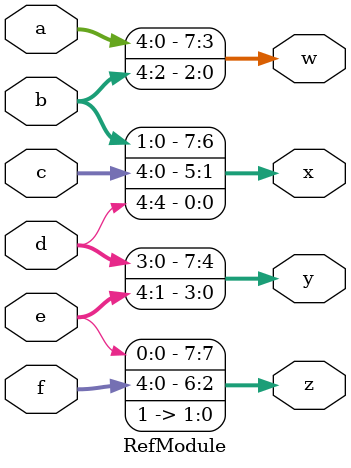
<source format=sv>

module RefModule (
  input [4:0] a,
  input [4:0] b,
  input [4:0] c,
  input [4:0] d,
  input [4:0] e,
  input [4:0] f,
  output [7:0] w,
  output [7:0] x,
  output [7:0] y,
  output [7:0] z
);

  assign { w,x,y,z} = {a,b,c,d,e,f,2'b11};

endmodule

</source>
